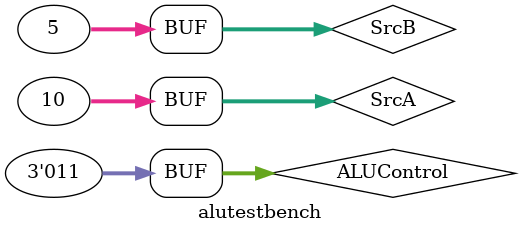
<source format=sv>
module alutestbench();
	logic [32-1:0] SrcA, SrcB, ALUResult; 
	logic [2:0] ALUControl;
	alu #(32) bob(SrcA, SrcB, ALUControl, ALUResult);
	
	initial begin
		// test and/or
		SrcA = 10; SrcB = 5; ALUControl = 3'b000; #50; // A & B
		SrcA = 10; SrcB = 5; ALUControl = 3'b001; #50; // A | B
		SrcA = 10; SrcB = 5; ALUControl = 3'b100; #50; // A & -B
		SrcA = 10; SrcB = 5; ALUControl = 3'b101; #50; // A | -B
		
		// test add/sub
		SrcA = 10; SrcB = 5;  ALUControl = 3'b010; #50; // 10 + 5 = 15
		SrcA = 10; SrcB = 5;  ALUControl = 3'b110; #50; // 10 - 5 = 5
		SrcA = 5;  SrcB = 10; ALUControl = 3'b010; #50; // 5 + 10 = 15
		SrcA = 5;  SrcB = 10; ALUControl = 3'b110; #50; // 10 - 5 = 5
		SrcA = -5; SrcB = -5; ALUControl = 3'b010; #50; // (-5) + (-5) = -10
		SrcA = -5; SrcB = -5; ALUControl = 3'b110; #50; // (-5) - (-5) = 0

		
		// test default case
		SrcA = 10; SrcB = 5; ALUControl = 3'b011; #50; // out = 0

	end
endmodule

</source>
